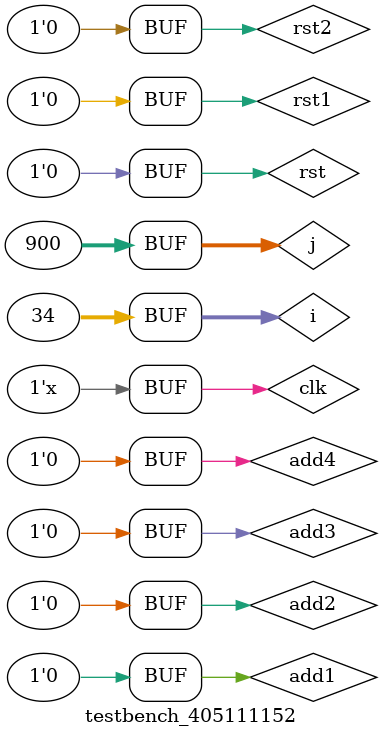
<source format=v>
`timescale 1ns / 1ps


module testbench_405111152;

	// Inputs
	reg add1;
	reg add2;
	reg add3;
	reg add4;
	reg rst1;
	reg rst2;
	reg clk;
	reg rst;

	// Outputs
	wire [6:0] led_seg;
	wire a1;
	wire a2;
	wire a3;
	wire a4;
	wire [3:0] val1;
	wire [3:0] val2;
	wire [3:0] val3;
	wire [3:0] val4;

	// Instantiate the Unit Under Test (UUT)
	parking_meter uut (
		.add1(add1), 
		.add2(add2), 
		.add3(add3), 
		.add4(add4), 
		.rst1(rst1), 
		.rst2(rst2), 
		.clk(clk), 
		.rst(rst),
		.led_seg(led_seg), 
		.a1(a1), 
		.a2(a2), 
		.a3(a3), 
		.a4(a4), 
		.val1(val1), 
		.val2(val2), 
		.val3(val3), 
		.val4(val4)
	);

	integer i;
	integer j;
	initial begin
		// Initialize Inputs
		add1 = 0;
		add2 = 0;
		add3 = 0;
		add4 = 0;
		rst1 = 0;
		rst2 = 0;
		clk = 0;
		rst = 1;

		// check flashing on 0000
		#25000000;
		rst = 0;
		#5000000;
		for (i = 0; i < 300; i = i + 1) begin
			#5000000;
		end
		// check add3
		#5000000;
		add3 = 1;
		#5000000;
		add3 = 0;
		// check counting down & flashing
		for (j = 0; j < 900; j = j + 1) begin
			#5000000;
		end
		// check add4
		#5000000;
		add4 = 1;
		#5000000;
		add4 = 0;
		// check add1
		#5000000;
		add1 = 1;
		#5000000;
		add1 = 0;
		// check add2
		#5000000;
		add2 = 1;
		#5000000;
		add2 = 0;
		// check rst2
		#5000000;
		rst2 = 1;
		#5000000;
		rst2 = 0;
		// check rst1
		#5000000;
		rst1 = 1;
		#5000000;
		rst1 = 0;
		// check rst
		#5000000;
		rst = 1;
		#5000000;
		rst = 0;
		// checking what happens when you go over 9999
		for (i = 0; i < 34; i = i + 1) begin
			#5000000;
			add4 = 1;
			#5000000;
			add4 = 0;
		end
		// testing all 4 adds at 9999 max limit
		#5000000;
		add1 = 1;
		#5000000;
		add1 = 0;
		#5000000;
		add2 = 1;
		#5000000;
		add2 = 0;
		#5000000;
		add3 = 1;
		#5000000;
		add3 = 0;
		// no flashing at this point because over 180
        
		// Add stimulus here

	end
	
	always begin
		#5000000; // this is 0.005 second
		clk = ~clk;
	end
      
endmodule


</source>
